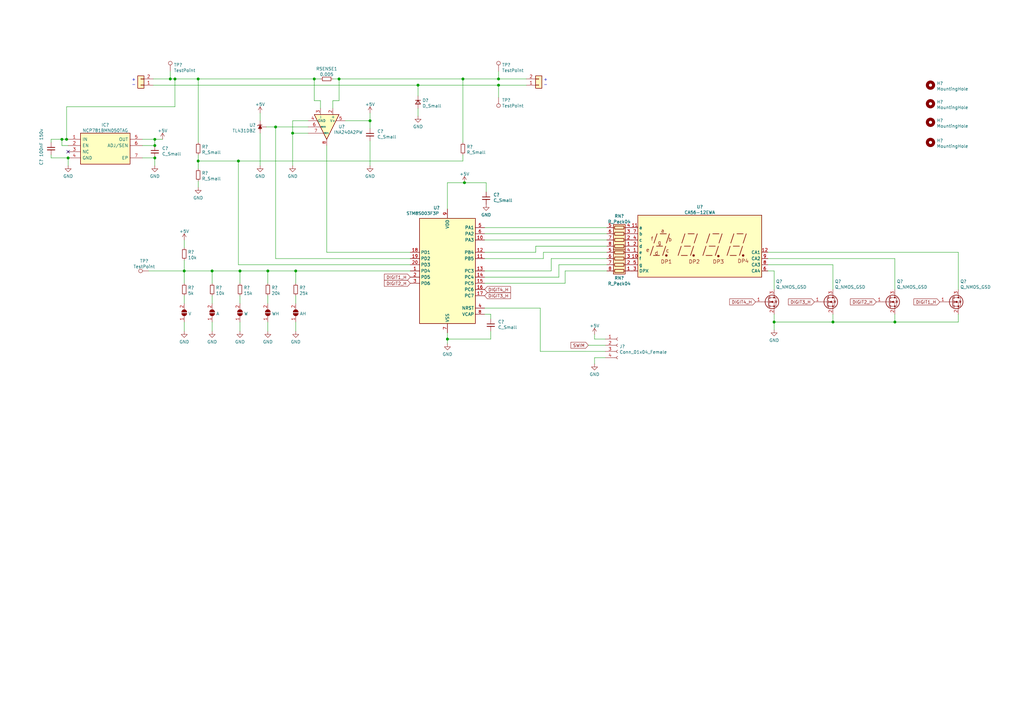
<source format=kicad_sch>
(kicad_sch (version 20210406) (generator eeschema)
  (paper "A3")
  (lib_symbols
    (symbol "Amplifier_Current:INA240A2PW" (pin_names (offset 0.127))
      (property "Reference" "U" (at 3.81 3.81 0))
      (property "Value" "INA240A2PW" (at 3.81 -2.54 0))
      (symbol "INA240A2PW_0_1"
        (polyline (pts (xy 5.08 0) (xy -5.08 5.08) (xy -5.08 -5.08) (xy 5.08 0)) (stroke (width 0.254)) (fill (type background)))
      )
      (symbol "INA240A2PW_1_1"
        (pin passive line (at -2.54 -7.62 90) (length 3.81) hide (name "GND") (number "1"))
        (pin input line (at -7.62 2.54 0) (length 2.54) (name "+") (number "2"))
        (pin input line (at -7.62 -2.54 0) (length 2.54) (name "-") (number "3"))
        (pin power_in line (at -2.54 -7.62 90) (length 3.81) (name "GND") (number "4"))
        (pin power_in line (at -2.54 7.62 270) (length 3.81) (name "V+") (number "5"))
        (pin passive line (at 0 -7.62 90) (length 5.08) (name "REF2") (number "6"))
        (pin passive line (at 2.54 -7.62 90) (length 6.35) (name "REF1") (number "7"))
        (pin output line (at 7.62 0 180) (length 2.54) (name "~") (number "8"))
      )
    )
    (symbol "Connector:Conn_01x04_Female" (pin_names (offset 1.016) hide)
      (property "Reference" "J" (at 0 5.08 0))
      (property "Value" "Conn_01x04_Female" (at 0 -7.62 0))
      (symbol "Conn_01x04_Female_1_1"
        (arc (start 0 -4.572) (end 0 -5.588) (radius (at 0 -5.08) (length 0.508) (angles 90.1 -90.1)) (stroke (width 0.1524)))
        (arc (start 0 -2.032) (end 0 -3.048) (radius (at 0 -2.54) (length 0.508) (angles 90.1 -90.1)) (stroke (width 0.1524)))
        (arc (start 0 0.508) (end 0 -0.508) (radius (at 0 0) (length 0.508) (angles 90.1 -90.1)) (stroke (width 0.1524)))
        (arc (start 0 3.048) (end 0 2.032) (radius (at 0 2.54) (length 0.508) (angles 90.1 -90.1)) (stroke (width 0.1524)))
        (polyline (pts (xy -1.27 -5.08) (xy -0.508 -5.08)) (stroke (width 0.1524)))
        (polyline (pts (xy -1.27 -2.54) (xy -0.508 -2.54)) (stroke (width 0.1524)))
        (polyline (pts (xy -1.27 0) (xy -0.508 0)) (stroke (width 0.1524)))
        (polyline (pts (xy -1.27 2.54) (xy -0.508 2.54)) (stroke (width 0.1524)))
        (pin passive line (at -5.08 2.54 0) (length 3.81) (name "Pin_1") (number "1"))
        (pin passive line (at -5.08 0 0) (length 3.81) (name "Pin_2") (number "2"))
        (pin passive line (at -5.08 -2.54 0) (length 3.81) (name "Pin_3") (number "3"))
        (pin passive line (at -5.08 -5.08 0) (length 3.81) (name "Pin_4") (number "4"))
      )
    )
    (symbol "Connector:TestPoint" (pin_numbers hide) (pin_names (offset 0.762) hide)
      (property "Reference" "TP" (at 0 6.858 0))
      (property "Value" "TestPoint" (at 0 5.08 0))
      (symbol "TestPoint_0_1"
        (circle (center 0 3.302) (radius 0.762))
      )
      (symbol "TestPoint_1_1"
        (pin passive line (at 0 0 90) (length 2.54) (name "1") (number "1"))
      )
    )
    (symbol "Connector_Generic:Conn_01x02" (pin_names (offset 1.016) hide)
      (property "Reference" "J" (at 0 2.54 0))
      (property "Value" "Conn_01x02" (at 0 -5.08 0))
      (symbol "Conn_01x02_1_1"
        (rectangle (start -1.27 -2.413) (end 0 -2.667) (stroke (width 0.1524)))
        (rectangle (start -1.27 0.127) (end 0 -0.127) (stroke (width 0.1524)))
        (rectangle (start -1.27 1.27) (end 1.27 -3.81) (stroke (width 0.254)) (fill (type background)))
        (pin passive line (at -5.08 0 0) (length 3.81) (name "Pin_1") (number "1"))
        (pin passive line (at -5.08 -2.54 0) (length 3.81) (name "Pin_2") (number "2"))
      )
    )
    (symbol "Device:C_Small" (pin_numbers hide) (pin_names (offset 0.254) hide)
      (property "Reference" "C" (at 0.254 1.778 0))
      (property "Value" "C_Small" (at 0.254 -2.032 0))
      (symbol "C_Small_0_1"
        (polyline (pts (xy -1.524 -0.508) (xy 1.524 -0.508)) (stroke (width 0.3302)))
        (polyline (pts (xy -1.524 0.508) (xy 1.524 0.508)) (stroke (width 0.3048)))
      )
      (symbol "C_Small_1_1"
        (pin passive line (at 0 2.54 270) (length 2.032) (name "~") (number "1"))
        (pin passive line (at 0 -2.54 90) (length 2.032) (name "~") (number "2"))
      )
    )
    (symbol "Device:D_Small" (pin_numbers hide) (pin_names (offset 0.254) hide)
      (property "Reference" "D" (at -1.27 2.032 0))
      (property "Value" "D_Small" (at -3.81 -2.032 0))
      (symbol "D_Small_0_1"
        (polyline (pts (xy -0.762 -1.016) (xy -0.762 1.016)) (stroke (width 0.254)))
        (polyline (pts (xy -0.762 0) (xy 0.762 0)))
        (polyline (pts (xy 0.762 -1.016) (xy -0.762 0) (xy 0.762 1.016) (xy 0.762 -1.016)) (stroke (width 0.254)))
      )
      (symbol "D_Small_1_1"
        (pin passive line (at -2.54 0 0) (length 1.778) (name "K") (number "1"))
        (pin passive line (at 2.54 0 180) (length 1.778) (name "A") (number "2"))
      )
    )
    (symbol "Device:Q_NMOS_GSD" (pin_names (offset 0) hide)
      (property "Reference" "Q" (at 5.08 1.27 0))
      (property "Value" "Q_NMOS_GSD" (at 5.08 -1.27 0))
      (symbol "Q_NMOS_GSD_0_1"
        (circle (center 1.651 0) (radius 2.794) (stroke (width 0.254)))
        (circle (center 2.54 -1.778) (radius 0.254) (fill (type outline)))
        (circle (center 2.54 1.778) (radius 0.254) (fill (type outline)))
        (polyline (pts (xy 0.254 0) (xy -2.54 0)))
        (polyline (pts (xy 0.254 1.905) (xy 0.254 -1.905)) (stroke (width 0.254)))
        (polyline (pts (xy 0.762 -1.27) (xy 0.762 -2.286)) (stroke (width 0.254)))
        (polyline (pts (xy 0.762 0.508) (xy 0.762 -0.508)) (stroke (width 0.254)))
        (polyline (pts (xy 0.762 2.286) (xy 0.762 1.27)) (stroke (width 0.254)))
        (polyline (pts (xy 2.54 2.54) (xy 2.54 1.778)))
        (polyline (pts (xy 2.54 -2.54) (xy 2.54 0) (xy 0.762 0)))
        (polyline (pts (xy 0.762 -1.778) (xy 3.302 -1.778) (xy 3.302 1.778) (xy 0.762 1.778)))
        (polyline (pts (xy 2.794 0.508) (xy 2.921 0.381) (xy 3.683 0.381) (xy 3.81 0.254)))
        (polyline (pts (xy 3.302 0.381) (xy 2.921 -0.254) (xy 3.683 -0.254) (xy 3.302 0.381)))
        (polyline (pts (xy 1.016 0) (xy 2.032 0.381) (xy 2.032 -0.381) (xy 1.016 0)) (fill (type outline)))
      )
      (symbol "Q_NMOS_GSD_1_1"
        (pin input line (at -5.08 0 0) (length 2.54) (name "G") (number "1"))
        (pin passive line (at 2.54 -5.08 90) (length 2.54) (name "S") (number "2"))
        (pin passive line (at 2.54 5.08 270) (length 2.54) (name "D") (number "3"))
      )
    )
    (symbol "Device:R_Pack04" (pin_names (offset 0) hide)
      (property "Reference" "RN" (at -7.62 0 90))
      (property "Value" "R_Pack04" (at 5.08 0 90))
      (symbol "R_Pack04_0_1"
        (rectangle (start -5.715 1.905) (end -4.445 -1.905) (stroke (width 0.254)))
        (rectangle (start -3.175 1.905) (end -1.905 -1.905) (stroke (width 0.254)))
        (rectangle (start -0.635 1.905) (end 0.635 -1.905) (stroke (width 0.254)))
        (rectangle (start 1.905 1.905) (end 3.175 -1.905) (stroke (width 0.254)))
        (rectangle (start -6.35 -2.413) (end 3.81 2.413) (stroke (width 0.254)) (fill (type background)))
        (polyline (pts (xy -5.08 -2.54) (xy -5.08 -1.905)))
        (polyline (pts (xy -5.08 1.905) (xy -5.08 2.54)))
        (polyline (pts (xy -2.54 -2.54) (xy -2.54 -1.905)))
        (polyline (pts (xy -2.54 1.905) (xy -2.54 2.54)))
        (polyline (pts (xy 0 -2.54) (xy 0 -1.905)))
        (polyline (pts (xy 0 1.905) (xy 0 2.54)))
        (polyline (pts (xy 2.54 -2.54) (xy 2.54 -1.905)))
        (polyline (pts (xy 2.54 1.905) (xy 2.54 2.54)))
      )
      (symbol "R_Pack04_1_1"
        (pin passive line (at -5.08 -5.08 90) (length 2.54) (name "R1.1") (number "1"))
        (pin passive line (at -2.54 -5.08 90) (length 2.54) (name "R2.1") (number "2"))
        (pin passive line (at 0 -5.08 90) (length 2.54) (name "R3.1") (number "3"))
        (pin passive line (at 2.54 -5.08 90) (length 2.54) (name "R4.1") (number "4"))
        (pin passive line (at 2.54 5.08 270) (length 2.54) (name "R4.2") (number "5"))
        (pin passive line (at 0 5.08 270) (length 2.54) (name "R3.2") (number "6"))
        (pin passive line (at -2.54 5.08 270) (length 2.54) (name "R2.2") (number "7"))
        (pin passive line (at -5.08 5.08 270) (length 2.54) (name "R1.2") (number "8"))
      )
    )
    (symbol "Device:R_Small" (pin_numbers hide) (pin_names (offset 0.254) hide)
      (property "Reference" "R" (at 0.762 0.508 0))
      (property "Value" "R_Small" (at 0.762 -1.016 0))
      (symbol "R_Small_0_1"
        (rectangle (start -0.762 1.778) (end 0.762 -1.778) (stroke (width 0.2032)))
      )
      (symbol "R_Small_1_1"
        (pin passive line (at 0 2.54 270) (length 0.762) (name "~") (number "1"))
        (pin passive line (at 0 -2.54 90) (length 0.762) (name "~") (number "2"))
      )
    )
    (symbol "Display_Character:CA56-12EWA"
      (property "Reference" "U" (at -24.13 13.97 0))
      (property "Value" "CA56-12EWA" (at 19.05 13.97 0))
      (symbol "CA56-12EWA_0_0"
        (text "a" (at -15.24 6.35 0) (effects (font (size 1.524 1.524))))
        (text "b" (at -12.192 2.794 0) (effects (font (size 1.524 1.524))))
        (text "c" (at -13.208 -1.778 0) (effects (font (size 1.524 1.524))))
        (text "d" (at -17.78 -2.794 0) (effects (font (size 1.524 1.524))))
        (text "DP1" (at -13.716 -6.35 0) (effects (font (size 1.524 1.524))))
        (text "DP2" (at -2.286 -6.35 0) (effects (font (size 1.524 1.524))))
        (text "DP3" (at 7.62 -6.35 0) (effects (font (size 1.524 1.524))))
        (text "DP4" (at 17.78 -6.096 0) (effects (font (size 1.524 1.524))))
        (text "e" (at -21.336 -1.524 0) (effects (font (size 1.524 1.524))))
        (text "f" (at -19.558 3.048 0) (effects (font (size 1.524 1.524))))
        (text "g" (at -16.51 1.524 0) (effects (font (size 1.524 1.524))))
        (rectangle (start -25.4 12.7) (end 25.4 -12.7) (stroke (width 0.254)) (fill (type background)))
        (polyline (pts (xy -20.32 -3.81) (xy -19.05 0)) (stroke (width 0.254)))
        (polyline (pts (xy -19.05 -3.81) (xy -16.51 -3.81)) (stroke (width 0.254)))
        (polyline (pts (xy -18.796 1.27) (xy -17.526 5.08)) (stroke (width 0.254)))
        (polyline (pts (xy -17.78 0) (xy -15.24 0)) (stroke (width 0.254)))
        (polyline (pts (xy -16.256 5.08) (xy -13.716 5.08)) (stroke (width 0.254)))
        (polyline (pts (xy -15.24 -3.81) (xy -13.97 0)) (stroke (width 0.254)))
        (polyline (pts (xy -13.716 1.27) (xy -12.446 5.08)) (stroke (width 0.254)))
        (polyline (pts (xy -8.89 -3.81) (xy -7.62 0)) (stroke (width 0.254)))
        (polyline (pts (xy -7.62 -3.81) (xy -5.08 -3.81)) (stroke (width 0.254)))
        (polyline (pts (xy -7.366 1.27) (xy -6.096 5.08)) (stroke (width 0.254)))
        (polyline (pts (xy -6.35 0) (xy -3.81 0)) (stroke (width 0.254)))
        (polyline (pts (xy -4.826 5.08) (xy -2.286 5.08)) (stroke (width 0.254)))
        (polyline (pts (xy -3.81 -3.81) (xy -2.54 0)) (stroke (width 0.254)))
        (polyline (pts (xy -2.286 1.27) (xy -1.016 5.08)) (stroke (width 0.254)))
        (polyline (pts (xy 1.27 -3.81) (xy 2.54 0)) (stroke (width 0.254)))
        (polyline (pts (xy 2.54 -3.81) (xy 5.08 -3.81)) (stroke (width 0.254)))
        (polyline (pts (xy 2.794 1.27) (xy 4.064 5.08)) (stroke (width 0.254)))
        (polyline (pts (xy 3.81 0) (xy 6.35 0)) (stroke (width 0.254)))
        (polyline (pts (xy 5.334 5.08) (xy 7.874 5.08)) (stroke (width 0.254)))
        (polyline (pts (xy 6.35 -3.81) (xy 7.62 0)) (stroke (width 0.254)))
        (polyline (pts (xy 7.874 1.27) (xy 9.144 5.08)) (stroke (width 0.254)))
        (polyline (pts (xy 11.176 -3.81) (xy 12.446 0)) (stroke (width 0.254)))
        (polyline (pts (xy 12.446 -3.81) (xy 14.986 -3.81)) (stroke (width 0.254)))
        (polyline (pts (xy 12.7 1.27) (xy 13.97 5.08)) (stroke (width 0.254)))
        (polyline (pts (xy 13.716 0) (xy 16.256 0)) (stroke (width 0.254)))
        (polyline (pts (xy 15.24 5.08) (xy 17.78 5.08)) (stroke (width 0.254)))
        (polyline (pts (xy 16.256 -3.81) (xy 17.526 0)) (stroke (width 0.254)))
        (polyline (pts (xy 17.78 1.27) (xy 19.05 5.08)) (stroke (width 0.254)))
      )
      (symbol "CA56-12EWA_0_1"
        (circle (center -13.716 -3.81) (radius 0.3556) (stroke (width 0.254)) (fill (type outline)))
        (circle (center -2.54 -3.81) (radius 0.3556) (stroke (width 0.254)) (fill (type outline)))
      )
      (symbol "CA56-12EWA_1_0"
        (circle (center 7.62 -4.064) (radius 0.3556) (stroke (width 0.254)) (fill (type outline)))
        (circle (center 17.78 -3.81) (radius 0.3556) (stroke (width 0.254)) (fill (type outline)))
      )
      (symbol "CA56-12EWA_1_1"
        (pin input line (at -27.94 -2.54 0) (length 2.54) (name "e") (number "1"))
        (pin input line (at -27.94 -5.08 0) (length 2.54) (name "f") (number "10"))
        (pin input line (at -27.94 7.62 0) (length 2.54) (name "a") (number "11"))
        (pin input line (at 27.94 -2.54 180) (length 2.54) (name "CA1") (number "12"))
        (pin input line (at -27.94 0 0) (length 2.54) (name "d") (number "2"))
        (pin input line (at -27.94 -10.16 0) (length 2.54) (name "DPX") (number "3"))
        (pin input line (at -27.94 2.54 0) (length 2.54) (name "c") (number "4"))
        (pin input line (at -27.94 -7.62 0) (length 2.54) (name "g") (number "5"))
        (pin input line (at 27.94 -10.16 180) (length 2.54) (name "CA4") (number "6"))
        (pin input line (at -27.94 5.08 0) (length 2.54) (name "b") (number "7"))
        (pin input line (at 27.94 -7.62 180) (length 2.54) (name "CA3") (number "8"))
        (pin input line (at 27.94 -5.08 180) (length 2.54) (name "CA2") (number "9"))
      )
    )
    (symbol "Jumper:SolderJumper_2_Open" (pin_names (offset 0) hide)
      (property "Reference" "JP" (at 0 2.032 0))
      (property "Value" "SolderJumper_2_Open" (at 0 -2.54 0))
      (symbol "SolderJumper_2_Open_0_1"
        (arc (start -0.254 1.016) (end -0.254 -1.016) (radius (at -0.254 0) (length 1.016) (angles 90.1 -90.1)))
        (arc (start 0.254 -1.016) (end 0.254 1.016) (radius (at 0.254 0) (length 1.016) (angles -89.9 89.9)))
        (arc (start -0.254 1.016) (end -0.254 -1.016) (radius (at -0.254 0) (length 1.016) (angles 90.1 -90.1)) (fill (type outline)))
        (arc (start 0.254 -1.016) (end 0.254 1.016) (radius (at 0.254 0) (length 1.016) (angles -89.9 89.9)) (fill (type outline)))
        (polyline (pts (xy -0.254 1.016) (xy -0.254 -1.016)))
        (polyline (pts (xy 0.254 1.016) (xy 0.254 -1.016)))
      )
      (symbol "SolderJumper_2_Open_1_1"
        (pin passive line (at -3.81 0 0) (length 2.54) (name "A") (number "1"))
        (pin passive line (at 3.81 0 180) (length 2.54) (name "B") (number "2"))
      )
    )
    (symbol "MCU_ST_STM8:STM8S003F3P"
      (property "Reference" "U" (at 1.27 25.4 0))
      (property "Value" "STM8S003F3P" (at 1.27 22.86 0))
      (symbol "STM8S003F3P_0_1"
        (rectangle (start -11.43 21.59) (end 11.43 -21.59) (stroke (width 0.254)) (fill (type background)))
      )
      (symbol "STM8S003F3P_1_1"
        (pin bidirectional line (at 15.24 0 180) (length 3.81) (name "PD4") (number "1"))
        (pin bidirectional line (at -15.24 12.7 0) (length 3.81) (name "PA3") (number "10"))
        (pin bidirectional line (at -15.24 5.08 0) (length 3.81) (name "PB5") (number "11"))
        (pin bidirectional line (at -15.24 7.62 0) (length 3.81) (name "PB4") (number "12"))
        (pin bidirectional line (at -15.24 0 0) (length 3.81) (name "PC3") (number "13"))
        (pin bidirectional line (at -15.24 -2.54 0) (length 3.81) (name "PC4") (number "14"))
        (pin bidirectional line (at -15.24 -5.08 0) (length 3.81) (name "PC5") (number "15"))
        (pin bidirectional line (at -15.24 -7.62 0) (length 3.81) (name "PC6") (number "16"))
        (pin bidirectional line (at -15.24 -10.16 0) (length 3.81) (name "PC7") (number "17"))
        (pin bidirectional line (at 15.24 7.62 180) (length 3.81) (name "PD1") (number "18"))
        (pin bidirectional line (at 15.24 5.08 180) (length 3.81) (name "PD2") (number "19"))
        (pin bidirectional line (at 15.24 -2.54 180) (length 3.81) (name "PD5") (number "2"))
        (pin bidirectional line (at 15.24 2.54 180) (length 3.81) (name "PD3") (number "20"))
        (pin bidirectional line (at 15.24 -5.08 180) (length 3.81) (name "PD6") (number "3"))
        (pin input line (at -15.24 -15.24 0) (length 3.81) (name "NRST") (number "4"))
        (pin bidirectional line (at -15.24 17.78 0) (length 3.81) (name "PA1") (number "5"))
        (pin bidirectional line (at -15.24 15.24 0) (length 3.81) (name "PA2") (number "6"))
        (pin power_in line (at 0 -25.4 90) (length 3.81) (name "VSS") (number "7"))
        (pin passive line (at -15.24 -17.78 0) (length 3.81) (name "VCAP") (number "8"))
        (pin power_in line (at 0 25.4 270) (length 3.81) (name "VDD") (number "9"))
      )
    )
    (symbol "Mechanical:MountingHole" (pin_names (offset 1.016))
      (property "Reference" "H" (at 0 5.08 0))
      (property "Value" "MountingHole" (at 0 3.175 0))
      (symbol "MountingHole_0_1"
        (circle (center 0 0) (radius 1.27) (stroke (width 1.27)))
      )
    )
    (symbol "NCP781BMN050TAG:NCP781BMN050TAG" (pin_names (offset 0.762))
      (property "Reference" "IC?" (at 15.24 5.9224 0))
      (property "Value" "NCP781BMN050TAG" (at 15.24 3.6237 0))
      (symbol "NCP781BMN050TAG_0_0"
        (pin passive line (at 0 0 0) (length 5.08) (name "IN") (number "1"))
        (pin passive line (at 0 -2.54 0) (length 5.08) (name "EN") (number "2"))
        (pin no_connect line (at 0 -5.08 0) (length 5.08) (name "NC") (number "3"))
        (pin passive line (at 0 -7.62 0) (length 5.08) (name "GND") (number "4"))
        (pin passive line (at 30.48 0 180) (length 5.08) (name "OUT") (number "5"))
        (pin passive line (at 30.48 -2.54 180) (length 5.08) (name "ADJ/SEN") (number "6"))
        (pin passive line (at 30.48 -7.62 180) (length 5.08) (name "EP") (number "7"))
      )
      (symbol "NCP781BMN050TAG_0_1"
        (polyline (pts (xy 5.08 2.54) (xy 25.4 2.54) (xy 25.4 -10.16) (xy 5.08 -10.16) (xy 5.08 2.54)) (stroke (width 0.254)) (fill (type background)))
      )
    )
    (symbol "Reference_Voltage:TL431DBZ" (pin_numbers hide) (pin_names hide)
      (property "Reference" "U" (at -2.54 2.54 0))
      (property "Value" "TL431DBZ" (at 0 -2.54 0))
      (symbol "TL431DBZ_0_1"
        (polyline (pts (xy -1.27 0) (xy 0 0) (xy 1.27 0)))
        (polyline (pts (xy 0.508 -1.016) (xy 0.762 -0.762) (xy 0.762 0.762) (xy 0.762 0.762)) (stroke (width 0.254)))
        (polyline (pts (xy -0.762 0.762) (xy 0.762 0) (xy -0.762 -0.762)) (fill (type outline)))
      )
      (symbol "TL431DBZ_1_1"
        (pin passive line (at 2.54 0 180) (length 2.54) (name "K") (number "1"))
        (pin passive line (at 0 2.54 270) (length 2.54) (name "REF") (number "2"))
        (pin passive line (at -2.54 0 0) (length 2.54) (name "A") (number "3"))
      )
    )
    (symbol "power:+5V" (power) (pin_names (offset 0))
      (property "Value" "+5V" (at 0 3.556 0))
      (symbol "+5V_0_1"
        (polyline (pts (xy -0.762 1.27) (xy 0 2.54)))
        (polyline (pts (xy 0 0) (xy 0 2.54)))
        (polyline (pts (xy 0 2.54) (xy 0.762 1.27)))
      )
      (symbol "+5V_1_1"
        (pin power_in line (at 0 0 90) (length 0) hide (name "+5V") (number "1"))
      )
    )
    (symbol "power:GND" (power) (pin_names (offset 0))
      (property "Value" "GND" (at 0 -3.81 0))
      (symbol "GND_0_1"
        (polyline (pts (xy 0 0) (xy 0 -1.27) (xy 1.27 -1.27) (xy 0 -2.54) (xy -1.27 -1.27) (xy 0 -1.27)))
      )
      (symbol "GND_1_1"
        (pin power_in line (at 0 0 270) (length 0) hide (name "GND") (number "1"))
      )
    )
  )
  (junction (at 25.4 57.15) (diameter 1.016))
  (junction (at 27.305 57.15) (diameter 1.016))
  (junction (at 27.94 64.77) (diameter 1.016))
  (junction (at 63.5 57.15) (diameter 1.016))
  (junction (at 63.5 59.69) (diameter 1.016))
  (junction (at 63.5 64.77) (diameter 1.016))
  (junction (at 69.85 32.385) (diameter 1.016))
  (junction (at 71.755 32.385) (diameter 1.016))
  (junction (at 75.565 111.125) (diameter 1.016))
  (junction (at 81.28 32.385) (diameter 1.016))
  (junction (at 81.28 66.04) (diameter 1.016))
  (junction (at 86.995 111.125) (diameter 1.016))
  (junction (at 97.79 66.04) (diameter 1.016))
  (junction (at 98.425 111.125) (diameter 1.016))
  (junction (at 109.855 111.125) (diameter 1.016))
  (junction (at 113.03 52.07) (diameter 1.016))
  (junction (at 120.015 54.61) (diameter 1.016))
  (junction (at 121.285 111.125) (diameter 1.016))
  (junction (at 128.905 32.385) (diameter 1.016))
  (junction (at 139.065 32.385) (diameter 1.016))
  (junction (at 151.765 49.53) (diameter 1.016))
  (junction (at 171.45 34.925) (diameter 1.016))
  (junction (at 183.515 139.065) (diameter 1.016))
  (junction (at 189.865 32.385) (diameter 1.016))
  (junction (at 190.5 74.93) (diameter 1.016))
  (junction (at 204.47 32.385) (diameter 1.016))
  (junction (at 204.47 34.925) (diameter 1.016))
  (junction (at 317.5 132.08) (diameter 1.016))
  (junction (at 341.63 132.08) (diameter 1.016))
  (junction (at 367.03 132.08) (diameter 1.016))
  (no_connect (at 27.94 62.23))
  (wire (pts (xy 20.955 57.15) (xy 20.955 58.42)))
  (wire (pts (xy 20.955 57.15) (xy 25.4 57.15)))
  (wire (pts (xy 20.955 63.5) (xy 20.955 64.77)))
  (wire (pts (xy 20.955 64.77) (xy 27.94 64.77)))
  (wire (pts (xy 25.4 57.15) (xy 27.305 57.15)))
  (wire (pts (xy 25.4 59.69) (xy 25.4 57.15)))
  (wire (pts (xy 27.305 43.815) (xy 71.755 43.815)))
  (wire (pts (xy 27.305 57.15) (xy 27.305 43.815)))
  (wire (pts (xy 27.305 57.15) (xy 27.94 57.15)))
  (wire (pts (xy 27.94 59.69) (xy 25.4 59.69)))
  (wire (pts (xy 27.94 64.77) (xy 27.94 67.945)))
  (wire (pts (xy 58.42 57.15) (xy 63.5 57.15)))
  (wire (pts (xy 58.42 59.69) (xy 63.5 59.69)))
  (wire (pts (xy 58.42 64.77) (xy 63.5 64.77)))
  (wire (pts (xy 60.96 111.125) (xy 75.565 111.125)))
  (wire (pts (xy 62.865 32.385) (xy 69.85 32.385)))
  (wire (pts (xy 62.865 34.925) (xy 171.45 34.925)))
  (wire (pts (xy 63.5 57.15) (xy 66.675 57.15)))
  (wire (pts (xy 63.5 59.69) (xy 63.5 57.15)))
  (wire (pts (xy 63.5 64.77) (xy 63.5 67.945)))
  (wire (pts (xy 69.85 29.21) (xy 69.85 32.385)))
  (wire (pts (xy 69.85 32.385) (xy 71.755 32.385)))
  (wire (pts (xy 71.755 32.385) (xy 71.755 43.815)))
  (wire (pts (xy 71.755 32.385) (xy 81.28 32.385)))
  (wire (pts (xy 75.565 98.425) (xy 75.565 101.6)))
  (wire (pts (xy 75.565 106.68) (xy 75.565 111.125)))
  (wire (pts (xy 75.565 111.125) (xy 75.565 116.205)))
  (wire (pts (xy 75.565 121.285) (xy 75.565 124.46)))
  (wire (pts (xy 75.565 132.08) (xy 75.565 135.89)))
  (wire (pts (xy 81.28 32.385) (xy 81.28 58.42)))
  (wire (pts (xy 81.28 32.385) (xy 128.905 32.385)))
  (wire (pts (xy 81.28 63.5) (xy 81.28 66.04)))
  (wire (pts (xy 81.28 66.04) (xy 81.28 69.215)))
  (wire (pts (xy 81.28 66.04) (xy 97.79 66.04)))
  (wire (pts (xy 81.28 74.295) (xy 81.28 76.835)))
  (wire (pts (xy 86.995 111.125) (xy 75.565 111.125)))
  (wire (pts (xy 86.995 111.125) (xy 86.995 116.205)))
  (wire (pts (xy 86.995 111.125) (xy 98.425 111.125)))
  (wire (pts (xy 86.995 121.285) (xy 86.995 124.46)))
  (wire (pts (xy 86.995 132.08) (xy 86.995 135.89)))
  (wire (pts (xy 97.79 66.04) (xy 97.79 108.585)))
  (wire (pts (xy 97.79 66.04) (xy 189.865 66.04)))
  (wire (pts (xy 97.79 108.585) (xy 168.275 108.585)))
  (wire (pts (xy 98.425 111.125) (xy 98.425 116.205)))
  (wire (pts (xy 98.425 111.125) (xy 109.855 111.125)))
  (wire (pts (xy 98.425 121.285) (xy 98.425 124.46)))
  (wire (pts (xy 98.425 132.08) (xy 98.425 135.89)))
  (wire (pts (xy 106.68 46.355) (xy 106.68 49.53)))
  (wire (pts (xy 106.68 54.61) (xy 106.68 67.945)))
  (wire (pts (xy 109.22 52.07) (xy 113.03 52.07)))
  (wire (pts (xy 109.855 111.125) (xy 109.855 116.205)))
  (wire (pts (xy 109.855 111.125) (xy 121.285 111.125)))
  (wire (pts (xy 109.855 121.285) (xy 109.855 124.46)))
  (wire (pts (xy 109.855 132.08) (xy 109.855 135.89)))
  (wire (pts (xy 113.03 52.07) (xy 113.03 106.045)))
  (wire (pts (xy 113.03 52.07) (xy 126.365 52.07)))
  (wire (pts (xy 113.03 106.045) (xy 168.275 106.045)))
  (wire (pts (xy 120.015 49.53) (xy 120.015 54.61)))
  (wire (pts (xy 120.015 54.61) (xy 120.015 67.945)))
  (wire (pts (xy 120.015 54.61) (xy 126.365 54.61)))
  (wire (pts (xy 121.285 111.125) (xy 121.285 116.205)))
  (wire (pts (xy 121.285 111.125) (xy 168.275 111.125)))
  (wire (pts (xy 121.285 121.285) (xy 121.285 124.46)))
  (wire (pts (xy 121.285 132.08) (xy 121.285 135.89)))
  (wire (pts (xy 126.365 49.53) (xy 120.015 49.53)))
  (wire (pts (xy 128.905 32.385) (xy 128.905 41.275)))
  (wire (pts (xy 128.905 32.385) (xy 131.445 32.385)))
  (wire (pts (xy 131.445 41.275) (xy 128.905 41.275)))
  (wire (pts (xy 131.445 44.45) (xy 131.445 41.275)))
  (wire (pts (xy 133.985 59.69) (xy 133.985 103.505)))
  (wire (pts (xy 136.525 32.385) (xy 139.065 32.385)))
  (wire (pts (xy 136.525 41.275) (xy 139.065 41.275)))
  (wire (pts (xy 136.525 44.45) (xy 136.525 41.275)))
  (wire (pts (xy 139.065 32.385) (xy 139.065 41.275)))
  (wire (pts (xy 139.065 32.385) (xy 189.865 32.385)))
  (wire (pts (xy 141.605 49.53) (xy 151.765 49.53)))
  (wire (pts (xy 151.765 46.355) (xy 151.765 49.53)))
  (wire (pts (xy 151.765 49.53) (xy 151.765 52.705)))
  (wire (pts (xy 151.765 57.785) (xy 151.765 67.945)))
  (wire (pts (xy 168.275 103.505) (xy 133.985 103.505)))
  (wire (pts (xy 171.45 34.925) (xy 171.45 39.37)))
  (wire (pts (xy 171.45 34.925) (xy 204.47 34.925)))
  (wire (pts (xy 171.45 44.45) (xy 171.45 47.625)))
  (wire (pts (xy 183.515 74.93) (xy 183.515 85.725)))
  (wire (pts (xy 183.515 139.065) (xy 183.515 136.525)))
  (wire (pts (xy 183.515 139.065) (xy 183.515 140.97)))
  (wire (pts (xy 189.865 32.385) (xy 189.865 58.42)))
  (wire (pts (xy 189.865 32.385) (xy 204.47 32.385)))
  (wire (pts (xy 189.865 63.5) (xy 189.865 66.04)))
  (wire (pts (xy 190.5 74.93) (xy 183.515 74.93)))
  (wire (pts (xy 198.755 93.345) (xy 248.92 93.345)))
  (wire (pts (xy 198.755 95.885) (xy 248.92 95.885)))
  (wire (pts (xy 198.755 98.425) (xy 248.92 98.425)))
  (wire (pts (xy 198.755 113.665) (xy 229.235 113.665)))
  (wire (pts (xy 199.39 74.93) (xy 190.5 74.93)))
  (wire (pts (xy 199.39 78.74) (xy 199.39 74.93)))
  (wire (pts (xy 201.295 128.905) (xy 198.755 128.905)))
  (wire (pts (xy 201.295 130.81) (xy 201.295 128.905)))
  (wire (pts (xy 201.295 135.89) (xy 201.295 139.065)))
  (wire (pts (xy 201.295 139.065) (xy 183.515 139.065)))
  (wire (pts (xy 204.47 29.21) (xy 204.47 32.385)))
  (wire (pts (xy 204.47 32.385) (xy 215.9 32.385)))
  (wire (pts (xy 204.47 34.925) (xy 204.47 40.005)))
  (wire (pts (xy 204.47 34.925) (xy 215.9 34.925)))
  (wire (pts (xy 219.71 100.965) (xy 219.71 103.505)))
  (wire (pts (xy 219.71 103.505) (xy 198.755 103.505)))
  (wire (pts (xy 221.615 126.365) (xy 198.755 126.365)))
  (wire (pts (xy 221.615 144.145) (xy 221.615 126.365)))
  (wire (pts (xy 221.615 144.145) (xy 248.285 144.145)))
  (wire (pts (xy 222.885 103.505) (xy 222.885 106.045)))
  (wire (pts (xy 222.885 106.045) (xy 198.755 106.045)))
  (wire (pts (xy 226.06 106.045) (xy 248.92 106.045)))
  (wire (pts (xy 226.06 111.125) (xy 198.755 111.125)))
  (wire (pts (xy 226.06 111.125) (xy 226.06 106.045)))
  (wire (pts (xy 229.235 108.585) (xy 248.92 108.585)))
  (wire (pts (xy 229.235 113.665) (xy 229.235 108.585)))
  (wire (pts (xy 231.775 111.125) (xy 231.775 116.205)))
  (wire (pts (xy 231.775 116.205) (xy 198.755 116.205)))
  (wire (pts (xy 241.3 141.605) (xy 248.285 141.605)))
  (wire (pts (xy 243.84 137.16) (xy 243.84 139.065)))
  (wire (pts (xy 243.84 139.065) (xy 248.285 139.065)))
  (wire (pts (xy 243.84 146.685) (xy 243.84 149.225)))
  (wire (pts (xy 248.285 146.685) (xy 243.84 146.685)))
  (wire (pts (xy 248.92 100.965) (xy 219.71 100.965)))
  (wire (pts (xy 248.92 103.505) (xy 222.885 103.505)))
  (wire (pts (xy 248.92 111.125) (xy 231.775 111.125)))
  (wire (pts (xy 314.96 103.505) (xy 393.065 103.505)))
  (wire (pts (xy 314.96 106.045) (xy 367.03 106.045)))
  (wire (pts (xy 314.96 108.585) (xy 341.63 108.585)))
  (wire (pts (xy 317.5 111.125) (xy 314.96 111.125)))
  (wire (pts (xy 317.5 118.745) (xy 317.5 111.125)))
  (wire (pts (xy 317.5 128.905) (xy 317.5 132.08)))
  (wire (pts (xy 317.5 132.08) (xy 317.5 135.255)))
  (wire (pts (xy 317.5 132.08) (xy 341.63 132.08)))
  (wire (pts (xy 341.63 108.585) (xy 341.63 118.745)))
  (wire (pts (xy 341.63 128.905) (xy 341.63 132.08)))
  (wire (pts (xy 341.63 132.08) (xy 367.03 132.08)))
  (wire (pts (xy 367.03 106.045) (xy 367.03 118.745)))
  (wire (pts (xy 367.03 128.905) (xy 367.03 132.08)))
  (wire (pts (xy 393.065 103.505) (xy 393.065 118.745)))
  (wire (pts (xy 393.065 128.905) (xy 393.065 132.08)))
  (wire (pts (xy 393.065 132.08) (xy 367.03 132.08)))
  (text "+\n-" (at 53.975 35.56 0) (effects (font (size 1.27 1.27)) (justify left bottom)))
  (text "+\n-" (at 222.885 35.56 0) (effects (font (size 1.27 1.27)) (justify left bottom)))
  (global_label "DIGIT1_H" (shape input) (at 168.275 113.665 180) (property "Intersheet References" "${INTERSHEET_REFS}" (effects hide)))
  (global_label "DIGIT2_H" (shape input) (at 168.275 116.205 180) (property "Intersheet References" "${INTERSHEET_REFS}" (effects hide)))
  (global_label "DIGIT4_H" (shape input) (at 198.755 118.745 0) (property "Intersheet References" "${INTERSHEET_REFS}" (effects hide)))
  (global_label "DIGIT3_H" (shape input) (at 198.755 121.285 0) (property "Intersheet References" "${INTERSHEET_REFS}" (effects hide)))
  (global_label "SWIM" (shape input) (at 241.3 141.605 180) (property "Intersheet References" "${INTERSHEET_REFS}" (effects hide)))
  (global_label "DIGIT4_H" (shape input) (at 309.88 123.825 180) (property "Intersheet References" "${INTERSHEET_REFS}" (effects hide)))
  (global_label "DIGIT3_H" (shape input) (at 334.01 123.825 180) (property "Intersheet References" "${INTERSHEET_REFS}" (effects hide)))
  (global_label "DIGIT2_H" (shape input) (at 359.41 123.825 180) (property "Intersheet References" "${INTERSHEET_REFS}" (effects hide)))
  (global_label "DIGIT1_H" (shape input) (at 385.445 123.825 180) (property "Intersheet References" "${INTERSHEET_REFS}" (effects hide)))
  (symbol (lib_id "power:+5V") (at 66.675 57.15 0) (unit 1)
    (property "Reference" "#PWR?" (effects hide))
    (property "Value" "+5V" (at 66.675 53.6026 0))
  )
  (symbol (lib_id "power:+5V") (at 75.565 98.425 0) (unit 1)
    (property "Reference" "#PWR?" (effects hide))
    (property "Value" "+5V" (at 75.565 94.8776 0))
  )
  (symbol (lib_id "power:+5V") (at 106.68 46.355 0) (unit 1)
    (property "Reference" "#PWR?" (effects hide))
    (property "Value" "+5V" (at 106.68 42.8076 0))
  )
  (symbol (lib_id "power:+5V") (at 151.765 46.355 0) (unit 1)
    (property "Reference" "#PWR?" (effects hide))
    (property "Value" "+5V" (at 151.765 42.8076 0))
  )
  (symbol (lib_id "power:+5V") (at 190.5 74.93 0) (unit 1)
    (property "Reference" "#PWR?" (effects hide))
    (property "Value" "+5V" (at 190.5 71.3826 0))
  )
  (symbol (lib_id "power:+5V") (at 243.84 137.16 0) (unit 1)
    (property "Reference" "#PWR?" (effects hide))
    (property "Value" "+5V" (at 243.84 133.6126 0))
  )
  (symbol (lib_id "Connector:TestPoint") (at 60.96 111.125 90) (unit 1)
    (property "Reference" "TP?" (at 59.1185 107.0568 90))
    (property "Value" "TestPoint" (at 59.1185 109.3555 90))
    (property "Footprint" "TestPoint:TestPoint_Pad_D2.0mm" (effects hide))
  )
  (symbol (lib_id "Connector:TestPoint") (at 69.85 29.21 0) (unit 1)
    (property "Reference" "TP?" (at 71.2471 26.6076 0) (effects (justify left)))
    (property "Value" "TestPoint" (at 71.2471 28.9063 0) (effects (justify left)))
    (property "Footprint" "TestPoint:TestPoint_Pad_D2.0mm" (effects hide))
  )
  (symbol (lib_id "Connector:TestPoint") (at 204.47 29.21 0) (unit 1)
    (property "Reference" "TP?" (at 205.8671 26.6076 0) (effects (justify left)))
    (property "Value" "TestPoint" (at 205.8671 28.9063 0) (effects (justify left)))
    (property "Footprint" "TestPoint:TestPoint_Pad_D2.0mm" (effects hide))
  )
  (symbol (lib_id "Connector:TestPoint") (at 204.47 40.005 180) (unit 1)
    (property "Reference" "TP?" (at 205.8671 41.0856 0) (effects (justify right)))
    (property "Value" "TestPoint" (at 205.8671 43.3843 0) (effects (justify right)))
    (property "Footprint" "TestPoint:TestPoint_Pad_D2.0mm" (effects hide))
  )
  (symbol (lib_id "power:GND") (at 27.94 67.945 0) (unit 1)
    (property "Reference" "#PWR?" (effects hide))
    (property "Value" "GND" (at 27.94 72.2694 0))
  )
  (symbol (lib_id "power:GND") (at 63.5 67.945 0) (unit 1)
    (property "Reference" "#PWR?" (effects hide))
    (property "Value" "GND" (at 63.5 72.2694 0))
  )
  (symbol (lib_id "power:GND") (at 75.565 135.89 0) (unit 1)
    (property "Reference" "#PWR?" (effects hide))
    (property "Value" "GND" (at 75.565 140.2144 0))
  )
  (symbol (lib_id "power:GND") (at 81.28 76.835 0) (unit 1)
    (property "Reference" "#PWR?" (effects hide))
    (property "Value" "GND" (at 81.28 81.1594 0))
  )
  (symbol (lib_id "power:GND") (at 86.995 135.89 0) (unit 1)
    (property "Reference" "#PWR?" (effects hide))
    (property "Value" "GND" (at 86.995 140.2144 0))
  )
  (symbol (lib_id "power:GND") (at 98.425 135.89 0) (unit 1)
    (property "Reference" "#PWR?" (effects hide))
    (property "Value" "GND" (at 98.425 140.2144 0))
  )
  (symbol (lib_id "power:GND") (at 106.68 67.945 0) (unit 1)
    (property "Reference" "#PWR?" (effects hide))
    (property "Value" "GND" (at 106.68 72.2694 0))
  )
  (symbol (lib_id "power:GND") (at 109.855 135.89 0) (unit 1)
    (property "Reference" "#PWR?" (effects hide))
    (property "Value" "GND" (at 109.855 140.2144 0))
  )
  (symbol (lib_id "power:GND") (at 120.015 67.945 0) (unit 1)
    (property "Reference" "#PWR?" (effects hide))
    (property "Value" "GND" (at 120.015 72.2694 0))
  )
  (symbol (lib_id "power:GND") (at 121.285 135.89 0) (unit 1)
    (property "Reference" "#PWR?" (effects hide))
    (property "Value" "GND" (at 121.285 140.2144 0))
  )
  (symbol (lib_id "power:GND") (at 151.765 67.945 0) (unit 1)
    (property "Reference" "#PWR?" (effects hide))
    (property "Value" "GND" (at 151.765 72.2694 0))
  )
  (symbol (lib_id "power:GND") (at 171.45 47.625 0) (unit 1)
    (property "Reference" "#PWR?" (effects hide))
    (property "Value" "GND" (at 171.45 51.9494 0))
  )
  (symbol (lib_id "power:GND") (at 183.515 140.97 0) (unit 1)
    (property "Reference" "#PWR?" (effects hide))
    (property "Value" "GND" (at 183.515 145.2944 0))
  )
  (symbol (lib_id "power:GND") (at 199.39 83.82 0) (unit 1)
    (property "Reference" "#PWR?" (effects hide))
    (property "Value" "GND" (at 199.39 88.1444 0))
  )
  (symbol (lib_id "power:GND") (at 243.84 149.225 0) (unit 1)
    (property "Reference" "#PWR?" (effects hide))
    (property "Value" "GND" (at 243.84 153.5494 0))
  )
  (symbol (lib_id "power:GND") (at 317.5 135.255 0) (unit 1)
    (property "Reference" "#PWR?" (effects hide))
    (property "Value" "GND" (at 317.5 139.5794 0))
  )
  (symbol (lib_id "Device:R_Small") (at 75.565 104.14 0) (unit 1)
    (property "Reference" "R?" (at 77.0637 103.3791 0) (effects (justify left)))
    (property "Value" "10k" (at 77.0637 105.6778 0) (effects (justify left)))
    (property "Footprint" "Resistor_SMD:R_0603_1608Metric" (effects hide))
  )
  (symbol (lib_id "Device:R_Small") (at 75.565 118.745 0) (unit 1)
    (property "Reference" "R?" (at 77.0637 117.9841 0) (effects (justify left)))
    (property "Value" "5k" (at 77.0637 120.2828 0) (effects (justify left)))
    (property "Footprint" "Resistor_SMD:R_0603_1608Metric" (effects hide))
  )
  (symbol (lib_id "Device:R_Small") (at 81.28 60.96 0) (unit 1)
    (property "Reference" "R?" (at 82.7787 60.1991 0) (effects (justify left)))
    (property "Value" "R_Small" (at 82.7787 62.4978 0) (effects (justify left)))
  )
  (symbol (lib_id "Device:R_Small") (at 81.28 71.755 0) (unit 1)
    (property "Reference" "R?" (at 82.7787 70.9941 0) (effects (justify left)))
    (property "Value" "R_Small" (at 82.7787 73.2928 0) (effects (justify left)))
  )
  (symbol (lib_id "Device:R_Small") (at 86.995 118.745 0) (unit 1)
    (property "Reference" "R?" (at 88.4937 117.9841 0) (effects (justify left)))
    (property "Value" "10k" (at 88.4937 120.2828 0) (effects (justify left)))
    (property "Footprint" "Resistor_SMD:R_0603_1608Metric" (effects hide))
  )
  (symbol (lib_id "Device:R_Small") (at 98.425 118.745 0) (unit 1)
    (property "Reference" "R?" (at 99.9237 117.9841 0) (effects (justify left)))
    (property "Value" "15k" (at 99.9237 120.2828 0) (effects (justify left)))
    (property "Footprint" "Resistor_SMD:R_0603_1608Metric" (effects hide))
  )
  (symbol (lib_id "Device:R_Small") (at 109.855 118.745 0) (unit 1)
    (property "Reference" "R?" (at 111.3537 117.9841 0) (effects (justify left)))
    (property "Value" "20k" (at 111.3537 120.2828 0) (effects (justify left)))
    (property "Footprint" "Resistor_SMD:R_0603_1608Metric" (effects hide))
  )
  (symbol (lib_id "Device:R_Small") (at 121.285 118.745 0) (unit 1)
    (property "Reference" "R?" (at 122.7837 117.9841 0) (effects (justify left)))
    (property "Value" "25k" (at 122.7837 120.2828 0) (effects (justify left)))
    (property "Footprint" "Resistor_SMD:R_0603_1608Metric" (effects hide))
  )
  (symbol (lib_id "Device:R_Small") (at 133.985 32.385 90) (unit 1)
    (property "Reference" "RSENSE1" (at 133.985 28.2152 90))
    (property "Value" "0.005" (at 133.985 30.5139 90))
    (property "Footprint" "Resistor_SMD:R_2512_6332Metric" (effects hide))
    (property "LCSC Part Number" "C457120" (effects hide))
  )
  (symbol (lib_id "Device:R_Small") (at 189.865 60.96 0) (unit 1)
    (property "Reference" "R?" (at 191.3637 60.1991 0) (effects (justify left)))
    (property "Value" "R_Small" (at 191.3637 62.4978 0) (effects (justify left)))
  )
  (symbol (lib_id "Device:D_Small") (at 171.45 41.91 270) (unit 1)
    (property "Reference" "D?" (at 173.2281 41.1491 90) (effects (justify left)))
    (property "Value" "D_Small" (at 173.2281 43.4478 90) (effects (justify left)))
    (property "Footprint" "Diode_SMD:D_SOD-123" (effects hide))
  )
  (symbol (lib_id "Mechanical:MountingHole") (at 381.635 34.925 0) (unit 1)
    (property "Reference" "H?" (at 384.1751 34.1641 0) (effects (justify left)))
    (property "Value" "MountingHole" (at 384.1751 36.4628 0) (effects (justify left)))
  )
  (symbol (lib_id "Mechanical:MountingHole") (at 381.635 42.545 0) (unit 1)
    (property "Reference" "H?" (at 384.1751 41.7841 0) (effects (justify left)))
    (property "Value" "MountingHole" (at 384.1751 44.0828 0) (effects (justify left)))
  )
  (symbol (lib_id "Mechanical:MountingHole") (at 381.635 50.165 0) (unit 1)
    (property "Reference" "H?" (at 384.1751 49.4041 0) (effects (justify left)))
    (property "Value" "MountingHole" (at 384.1751 51.7028 0) (effects (justify left)))
  )
  (symbol (lib_id "Mechanical:MountingHole") (at 381.635 58.42 0) (unit 1)
    (property "Reference" "H?" (at 384.1751 57.6591 0) (effects (justify left)))
    (property "Value" "MountingHole" (at 384.1751 59.9578 0) (effects (justify left)))
  )
  (symbol (lib_id "Jumper:SolderJumper_2_Open") (at 75.565 128.27 90) (unit 1)
    (property "Reference" "V" (at 77.2161 128.6585 90) (effects (justify right)))
    (property "Value" "SolderJumper_2_Open" (effects hide))
    (property "Footprint" "Jumper:SolderJumper-2_P1.3mm_Open_RoundedPad1.0x1.5mm" (effects hide))
  )
  (symbol (lib_id "Jumper:SolderJumper_2_Open") (at 86.995 128.27 90) (unit 1)
    (property "Reference" "A" (at 88.6461 128.6585 90) (effects (justify right)))
    (property "Value" "SolderJumper_2_Open" (effects hide))
    (property "Footprint" "Jumper:SolderJumper-2_P1.3mm_Open_RoundedPad1.0x1.5mm" (effects hide))
  )
  (symbol (lib_id "Jumper:SolderJumper_2_Open") (at 98.425 128.27 90) (unit 1)
    (property "Reference" "W" (at 100.0761 128.6585 90) (effects (justify right)))
    (property "Value" "SolderJumper_2_Open" (effects hide))
    (property "Footprint" "Jumper:SolderJumper-2_P1.3mm_Open_RoundedPad1.0x1.5mm" (effects hide))
  )
  (symbol (lib_id "Jumper:SolderJumper_2_Open") (at 109.855 128.27 90) (unit 1)
    (property "Reference" "WH" (at 111.5061 128.6585 90) (effects (justify right)))
    (property "Value" "SolderJumper_2_Open" (effects hide))
    (property "Footprint" "Jumper:SolderJumper-2_P1.3mm_Open_RoundedPad1.0x1.5mm" (effects hide))
  )
  (symbol (lib_id "Jumper:SolderJumper_2_Open") (at 121.285 128.27 90) (unit 1)
    (property "Reference" "AH" (at 122.9361 128.6585 90) (effects (justify right)))
    (property "Value" "SolderJumper_2_Open" (effects hide))
    (property "Footprint" "Jumper:SolderJumper-2_P1.3mm_Open_RoundedPad1.0x1.5mm" (effects hide))
  )
  (symbol (lib_id "Device:C_Small") (at 20.955 60.96 0) (unit 1)
    (property "Reference" "C?" (at 16.9292 67.8191 90) (effects (justify left)))
    (property "Value" "100nF 150v" (at 16.9292 64.4028 90) (effects (justify left)))
    (property "Footprint" "Capacitor_SMD:C_1206_3216Metric" (effects hide))
  )
  (symbol (lib_id "Device:C_Small") (at 63.5 62.23 0) (unit 1)
    (property "Reference" "C?" (at 66.4592 60.8341 0) (effects (justify left)))
    (property "Value" "C_Small" (at 66.4592 63.1328 0) (effects (justify left)))
    (property "Footprint" "Capacitor_SMD:C_0603_1608Metric" (effects hide))
  )
  (symbol (lib_id "Device:C_Small") (at 151.765 55.245 0) (unit 1)
    (property "Reference" "C?" (at 154.7242 53.8491 0) (effects (justify left)))
    (property "Value" "C_Small" (at 154.7242 56.1478 0) (effects (justify left)))
    (property "Footprint" "Capacitor_SMD:C_0603_1608Metric" (effects hide))
  )
  (symbol (lib_id "Device:C_Small") (at 199.39 81.28 0) (unit 1)
    (property "Reference" "C?" (at 202.3492 79.8841 0) (effects (justify left)))
    (property "Value" "C_Small" (at 202.3492 82.1828 0) (effects (justify left)))
    (property "Footprint" "Capacitor_SMD:C_0603_1608Metric" (effects hide))
  )
  (symbol (lib_id "Device:C_Small") (at 201.295 133.35 0) (unit 1)
    (property "Reference" "C?" (at 204.2542 131.9541 0) (effects (justify left)))
    (property "Value" "C_Small" (at 204.2542 134.2528 0) (effects (justify left)))
    (property "Footprint" "Capacitor_SMD:C_0603_1608Metric" (effects hide))
  )
  (symbol (lib_id "Reference_Voltage:TL431DBZ") (at 106.68 52.07 270) (mirror x) (unit 1)
    (property "Reference" "U?" (at 104.9019 51.3091 90) (effects (justify right)))
    (property "Value" "TL431DBZ" (at 104.9019 53.6078 90) (effects (justify right)))
    (property "Footprint" "Package_TO_SOT_SMD:SOT-23" (effects hide))
    (property "Datasheet" "http://www.ti.com/lit/ds/symlink/tl431.pdf" (effects hide))
  )
  (symbol (lib_id "Connector_Generic:Conn_01x02") (at 57.785 34.925 180) (unit 1)
    (property "Reference" "J1" (effects hide))
    (property "Value" "Conn_01x02" (effects hide))
    (property "Footprint" "Amass_XT60PW-M_footprints:Amass_XT60PW-M_Kombifootprint" (effects hide))
    (property "LCSC Part Number" "C98732" (effects hide))
  )
  (symbol (lib_id "Connector_Generic:Conn_01x02") (at 220.98 34.925 0) (mirror x) (unit 1)
    (property "Reference" "J2" (effects hide))
    (property "Value" "Conn_01x02" (effects hide))
    (property "Footprint" "Amass_XT60PW-M_footprints:Amass_XT60PW-M_Kombifootprint" (effects hide))
    (property "LCSC Part Number" "C98732" (effects hide))
  )
  (symbol (lib_id "Connector:Conn_01x04_Female") (at 253.365 141.605 0) (unit 1)
    (property "Reference" "J?" (at 254.0763 142.1141 0) (effects (justify left)))
    (property "Value" "Conn_01x04_Female" (at 254.0763 144.4128 0) (effects (justify left)))
    (property "Footprint" "Connector_PinHeader_2.54mm:PinHeader_1x04_P2.54mm_Vertical" (effects hide))
  )
  (symbol (lib_id "Device:Q_NMOS_GSD") (at 314.96 123.825 0) (unit 1)
    (property "Reference" "Q?" (at 318.2621 115.4441 0) (effects (justify left)))
    (property "Value" "Q_NMOS_GSD" (at 318.2621 117.7428 0) (effects (justify left)))
    (property "Footprint" "Package_TO_SOT_SMD:SOT-23" (effects hide))
  )
  (symbol (lib_id "Device:Q_NMOS_GSD") (at 339.09 123.825 0) (unit 1)
    (property "Reference" "Q?" (at 342.3921 115.4441 0) (effects (justify left)))
    (property "Value" "Q_NMOS_GSD" (at 342.3921 117.7428 0) (effects (justify left)))
    (property "Footprint" "Package_TO_SOT_SMD:SOT-23" (effects hide))
  )
  (symbol (lib_id "Device:Q_NMOS_GSD") (at 364.49 123.825 0) (unit 1)
    (property "Reference" "Q?" (at 367.7921 115.4441 0) (effects (justify left)))
    (property "Value" "Q_NMOS_GSD" (at 367.7921 117.7428 0) (effects (justify left)))
    (property "Footprint" "Package_TO_SOT_SMD:SOT-23" (effects hide))
  )
  (symbol (lib_id "Device:Q_NMOS_GSD") (at 390.525 123.825 0) (unit 1)
    (property "Reference" "Q?" (at 393.8271 115.4441 0) (effects (justify left)))
    (property "Value" "Q_NMOS_GSD" (at 393.8271 117.7428 0) (effects (justify left)))
    (property "Footprint" "Package_TO_SOT_SMD:SOT-23" (effects hide))
  )
  (symbol (lib_id "Device:R_Pack04") (at 254 95.885 90) (unit 1)
    (property "Reference" "RN?" (at 254 88.6418 90))
    (property "Value" "R_Pack04" (at 254 90.9405 90))
    (property "Footprint" "Resistor_SMD:R_Array_Convex_4x1206" (effects hide))
  )
  (symbol (lib_id "Device:R_Pack04") (at 254 106.045 90) (unit 1)
    (property "Reference" "RN?" (at 254 114.0418 90))
    (property "Value" "R_Pack04" (at 254 116.3405 90))
    (property "Footprint" "Resistor_SMD:R_Array_Convex_4x1206" (effects hide))
  )
  (symbol (lib_id "Amplifier_Current:INA240A2PW") (at 133.985 52.07 270) (unit 1)
    (property "Reference" "U?" (at 138.8111 51.9441 90) (effects (justify left)))
    (property "Value" "INA240A2PW" (at 136.9061 54.2428 90) (effects (justify left)))
    (property "Footprint" "Package_SO:TSSOP-8_4.4x3mm_P0.65mm" (effects hide))
    (property "Datasheet" "http://www.ti.com/lit/ds/symlink/ina240.pdf" (effects hide))
  )
  (symbol (lib_id "NCP781BMN050TAG:NCP781BMN050TAG") (at 27.94 57.15 0) (unit 1)
    (property "Reference" "IC?" (at 43.18 51.2276 0))
    (property "Value" "NCP781BMN050TAG" (at 43.18 53.5263 0))
    (property "Footprint" "XL7005:NCP781BMN050TAG" (effects hide))
    (property "Datasheet" "http://www.onsemi.com/pub/Collateral/NCP781-D.PDF" (effects hide))
    (property "Description" "Linear Voltage Regulator, 150 V, 100 mA" (effects hide))
    (property "Height" "0.9" (effects hide))
    (property "Manufacturer_Name" "ON Semiconductor" (effects hide))
    (property "Manufacturer_Part_Number" "NCP781BMN050TAG" (effects hide))
    (property "Mouser Part Number" "863-NCP781BMN050TAG" (effects hide))
    (property "Mouser Price/Stock" "https://www.mouser.co.uk/ProductDetail/ON-Semiconductor/NCP781BMN050TAG?qs=xhbEVWpZdWdIwQYX0sim8g%3D%3D" (effects hide))
    (property "Arrow Part Number" "NCP781BMN050TAG" (effects hide))
    (property "Arrow Price/Stock" "https://www.arrow.com/en/products/ncp781bmn050tag/on-semiconductor?region=nac" (effects hide))
  )
  (symbol (lib_id "Display_Character:CA56-12EWA") (at 287.02 100.965 0) (unit 1)
    (property "Reference" "U?" (at 287.02 84.8318 0))
    (property "Value" "CA56-12EWA" (at 287.02 87.1305 0))
    (property "Footprint" "Display_7Segment:CA56-12EWA" (effects hide))
    (property "Datasheet" "http://www.kingbrightusa.com/images/catalog/SPEC/CA56-12EWA.pdf" (effects hide))
  )
  (symbol (lib_id "MCU_ST_STM8:STM8S003F3P") (at 183.515 111.125 0) (mirror y) (unit 1)
    (property "Reference" "U?" (at 179.07 85.2128 0))
    (property "Value" "STM8S003F3P" (at 173.355 87.5115 0))
    (property "Footprint" "Package_SO:TSSOP-20_4.4x6.5mm_P0.65mm" (effects hide))
    (property "Datasheet" "http://www.st.com/st-web-ui/static/active/en/resource/technical/document/datasheet/DM00024550.pdf" (effects hide))
  )
)
</source>
